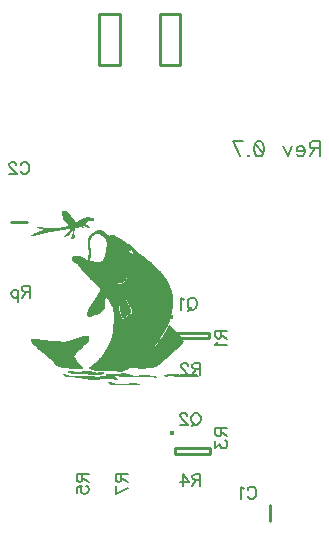
<source format=gbr>
G04 DipTrace 3.0.0.2*
G04 BottomSilk.gbr*
%MOIN*%
G04 #@! TF.FileFunction,Legend,Bot*
G04 #@! TF.Part,Single*
%ADD10C,0.01*%
%ADD12C,0.002992*%
%ADD28C,0.015404*%
%ADD62C,0.006176*%
%ADD63C,0.00772*%
%FSLAX26Y26*%
G04*
G70*
G90*
G75*
G01*
G04 BotSilk*
%LPD*%
X823769Y2261170D2*
D10*
X891761D1*
Y2092171D1*
X823769D1*
Y2261170D1*
X1024769Y2263171D2*
X1091769D1*
Y2093163D1*
X1024769D1*
Y2263171D1*
X1392462Y573532D2*
Y624673D1*
X530597Y1569029D2*
X581739D1*
D28*
X1062647Y1251048D3*
X1071848Y1200906D2*
D10*
X1189953D1*
Y1181221D1*
X1071848D1*
Y1200906D1*
D28*
X1066852Y867040D3*
X1076053Y816898D2*
D10*
X1194158D1*
Y797213D1*
X1076053D1*
Y816898D1*
X698815Y1605145D2*
D12*
X710783D1*
X699277Y1602153D2*
X715156D1*
X700019Y1599161D2*
X718995D1*
X700794Y1596169D2*
X722317D1*
X701318Y1593177D2*
X725121D1*
X701607Y1590185D2*
X727462D1*
X701840Y1587193D2*
X729612D1*
X782591D2*
X788575D1*
X702285Y1584201D2*
X731711D1*
X776149D2*
X785583D1*
X703139Y1581209D2*
X733712D1*
X770288D2*
X803535D1*
X704411Y1578217D2*
X735804D1*
X764797D2*
X803535D1*
X706162Y1575225D2*
X738175D1*
X758941D2*
X785583D1*
X708528Y1572233D2*
X740703D1*
X752671D2*
X783849D1*
X711542Y1569241D2*
X781255D1*
X715118Y1566249D2*
X777697D1*
X718934Y1563257D2*
X773615D1*
X722751Y1560265D2*
X780163D1*
X716179Y1557273D2*
X761018D1*
X765189D2*
X767081D1*
X779049D2*
X785258D1*
X708964Y1554281D2*
X751144D1*
X766239D2*
X769023D1*
X783983D2*
X787140D1*
X615039Y1551289D2*
X632991D1*
X701058D2*
X743616D1*
X767631D2*
X770623D1*
X788575D2*
D3*
X627848Y1548297D2*
X718954D1*
X728147D2*
X740193D1*
X641967Y1545305D2*
X699145D1*
X726905D2*
X738888D1*
X634730Y1542313D2*
X678606D1*
X724915D2*
X738202D1*
X818495D2*
X827471D1*
X626606Y1539321D2*
X659229D1*
X722408D2*
X729197D1*
X734719D2*
X737900D1*
X811718D2*
X834248D1*
X618178Y1536329D2*
X642790D1*
X719627D2*
X726935D1*
X734719D2*
X737779D1*
X806116D2*
X839849D1*
X610403Y1533337D2*
X629377D1*
X716730D2*
X724613D1*
X734719D2*
X737746D1*
X801688D2*
X844278D1*
X604322Y1530345D2*
X618004D1*
X713883D2*
X721761D1*
X734707D2*
X737836D1*
X798028D2*
X806527D1*
X827471D2*
X847950D1*
X600200Y1527353D2*
X607490D1*
X711365D2*
X718306D1*
X734590D2*
X738200D1*
X794853D2*
X803535D1*
X830463D2*
X851240D1*
X597087Y1524361D2*
D3*
X709400D2*
X714556D1*
X734093D2*
X738801D1*
X792141D2*
X800554D1*
X833455D2*
X854399D1*
X860383D2*
X869359D1*
X707791Y1521369D2*
X710783D1*
X732889D2*
X739374D1*
X789941D2*
X797679D1*
X836447D2*
X875343D1*
X730975Y1518377D2*
X738722D1*
X788199D2*
X795174D1*
X839427D2*
X881315D1*
X728735Y1515385D2*
X737711D1*
X786938D2*
X793291D1*
X842302D2*
X887194D1*
X786204Y1512393D2*
X791900D1*
X844796D2*
X892797D1*
X785842Y1509401D2*
X790695D1*
X846573D2*
X898052D1*
X785684Y1506409D2*
X789717D1*
X847583D2*
X903152D1*
X785620Y1503417D2*
X789123D1*
X848072D2*
X908128D1*
X785596Y1500425D2*
X788919D1*
X848282D2*
X912725D1*
X785587Y1497433D2*
X789163D1*
X848366D2*
X916981D1*
X785584Y1494441D2*
X789823D1*
X848398D2*
X921126D1*
X785595Y1491449D2*
X790568D1*
X848397D2*
X925087D1*
X785700Y1488457D2*
X791082D1*
X848296D2*
X928783D1*
X786081Y1485465D2*
X791369D1*
X847916D2*
X932462D1*
X786797Y1482473D2*
X791600D1*
X847200D2*
X936308D1*
X787565Y1479481D2*
X792034D1*
X846433D2*
X940112D1*
X788086Y1476489D2*
X792770D1*
X845899D2*
X923215D1*
X932065D2*
X943542D1*
X788364Y1473497D2*
X793545D1*
X845517D2*
X917231D1*
X934557D2*
X946426D1*
X788491Y1470505D2*
X794057D1*
X845008D2*
X920773D1*
X936345D2*
X948749D1*
X788532Y1467513D2*
X794231D1*
X844239D2*
X924815D1*
X937423D2*
X950868D1*
X788447Y1464521D2*
X793976D1*
X843452D2*
X929199D1*
X938175D2*
X953510D1*
X788073Y1461529D2*
X793312D1*
X842911D2*
X957291D1*
X787359Y1458537D2*
X792566D1*
X842526D2*
X961993D1*
X734719Y1455545D2*
X758655D1*
X786592D2*
X792028D1*
X842005D2*
X966848D1*
X733349Y1452553D2*
X764639D1*
X786069D2*
X791525D1*
X841119D2*
X971498D1*
X732607Y1449561D2*
X770623D1*
X785776D2*
X790825D1*
X839822D2*
X975834D1*
X732355Y1446569D2*
X776607D1*
X785583D2*
X788462D1*
X837964D2*
X979938D1*
X733637Y1443577D2*
X785583D1*
X835242D2*
X984009D1*
X735822Y1440585D2*
X797551D1*
X831606D2*
X987927D1*
X739191Y1437593D2*
X809519D1*
X827471D2*
X991505D1*
X743911Y1434601D2*
X994810D1*
X749618Y1431609D2*
X998031D1*
X755663Y1428617D2*
X1001355D1*
X752671Y1425625D2*
X1004704D1*
X755663Y1422633D2*
X1007754D1*
X758643Y1419641D2*
X1010503D1*
X761530Y1416649D2*
X1013252D1*
X764141Y1413657D2*
X1016093D1*
X766416Y1410665D2*
X1019011D1*
X768641Y1407673D2*
X1021971D1*
X771111Y1404681D2*
X1024938D1*
X773826Y1401689D2*
X1027820D1*
X776691Y1398697D2*
X1030429D1*
X779630Y1395705D2*
X1032704D1*
X782602Y1392713D2*
X1034917D1*
X785587Y1389721D2*
X1037282D1*
X788576Y1386729D2*
X1039615D1*
X791567Y1383737D2*
X911247D1*
X917231D2*
X1041752D1*
X794559Y1380745D2*
X1043819D1*
X797551Y1377753D2*
X908255D1*
X914239D2*
X1045876D1*
X800543Y1374761D2*
X905263D1*
X911247D2*
X1047762D1*
X803535Y1371769D2*
X902271D1*
X908255D2*
X1049464D1*
X806527Y1368777D2*
X899279D1*
X905263D2*
X935183D1*
X941167D2*
X1051059D1*
X809530Y1365785D2*
X884319D1*
X899279D2*
X1052593D1*
X812628Y1362793D2*
X1054095D1*
X815989Y1359801D2*
X1055501D1*
X819581Y1356809D2*
X1056714D1*
X822842Y1353817D2*
X1057768D1*
X825514Y1350825D2*
X1058834D1*
X826408Y1347833D2*
X1059857D1*
X826824Y1344841D2*
X1060821D1*
X826036Y1341849D2*
X1061838D1*
X824832Y1338857D2*
X1062752D1*
X823226Y1335865D2*
X1063434D1*
X821370Y1332873D2*
X1064114D1*
X819565Y1329881D2*
X1064966D1*
X817881Y1326889D2*
X1065788D1*
X816203Y1323897D2*
X1066331D1*
X814385Y1320905D2*
X1066616D1*
X812432Y1317913D2*
X842317D1*
X848301D2*
X1066745D1*
X810490Y1314921D2*
X841933D1*
X850909D2*
X1066799D1*
X808425Y1311929D2*
X841216D1*
X853172D2*
X1066819D1*
X806120Y1308937D2*
X840449D1*
X855292D2*
X911247D1*
X917231D2*
X1066827D1*
X803809Y1305945D2*
X839927D1*
X857369D2*
X1066829D1*
X801681Y1302953D2*
X839650D1*
X859262D2*
X914239D1*
X920223D2*
X1066830D1*
X799617Y1299961D2*
X839523D1*
X860967D2*
X1066831D1*
X797561Y1296969D2*
X839470D1*
X862563D2*
X917231D1*
X923215D2*
X1066831D1*
X795676Y1293977D2*
X839450D1*
X864097D2*
X1066819D1*
X793973Y1290985D2*
X839431D1*
X865599D2*
X887311D1*
X893295D2*
X920223D1*
X926207D2*
X1066714D1*
X792378Y1287993D2*
X839323D1*
X866994D2*
X887311D1*
X893295D2*
X1066333D1*
X790844Y1285001D2*
X838929D1*
X868113D2*
X887311D1*
X893295D2*
X922627D1*
X928725D2*
X1065616D1*
X789342Y1282009D2*
X838084D1*
X868890D2*
X887322D1*
X893306D2*
X924377D1*
X930846D2*
X1064849D1*
X787936Y1279017D2*
X836713D1*
X869610D2*
X887428D1*
X893412D2*
X925379D1*
X932460D2*
X1064315D1*
X786724Y1276025D2*
X834549D1*
X870477D2*
X887809D1*
X893793D2*
X925853D1*
X933656D2*
X1063933D1*
X785670Y1273033D2*
X831152D1*
X871305D2*
X888526D1*
X894510D2*
X925946D1*
X933405D2*
X1063424D1*
X784615Y1270041D2*
X826205D1*
X871850D2*
X889301D1*
X895285D2*
X925532D1*
X932710D2*
X1062655D1*
X783709Y1267049D2*
X819762D1*
X872136D2*
X889868D1*
X895852D2*
X924360D1*
X931730D2*
X1061856D1*
X783240Y1264057D2*
X812606D1*
X872265D2*
X890303D1*
X896287D2*
X922458D1*
X929209D2*
X1061222D1*
X783145Y1261065D2*
X805469D1*
X872319D2*
X920223D1*
X926207D2*
X1060561D1*
X784220Y1258073D2*
X798455D1*
X872339D2*
X914239D1*
X920223D2*
X1059716D1*
X785583Y1255081D2*
X791567D1*
X872347D2*
X893295D1*
X899279D2*
X911247D1*
X917231D2*
X1058885D1*
X872349Y1252089D2*
X1058237D1*
X872350Y1249097D2*
X896287D1*
X905263D2*
D3*
X911247D2*
X1057571D1*
X872351Y1246105D2*
X1056713D1*
X872351Y1243113D2*
X1055788D1*
X872351Y1240121D2*
X1054864D1*
X872339Y1237129D2*
X1053851D1*
X872234Y1234137D2*
X1052840D1*
X871853Y1231145D2*
X1051800D1*
X871136Y1228153D2*
X1050463D1*
X870369Y1225161D2*
X1048879D1*
X1054863D2*
X1057855D1*
X869847Y1222169D2*
X1060847D1*
X869570Y1219177D2*
X1046361D1*
X1052345D2*
X1063839D1*
X869443Y1216185D2*
X1044216D1*
X1050200D2*
X1066831D1*
X869390Y1213193D2*
X1042391D1*
X1048375D2*
X1069823D1*
X869370Y1210201D2*
X1040745D1*
X1046729D2*
X1072815D1*
X869351Y1207209D2*
X1039180D1*
X1045175D2*
X1075807D1*
X869243Y1204217D2*
X1037565D1*
X1043654D2*
X1078799D1*
X868861Y1201225D2*
X1035775D1*
X1042141D2*
X1081791D1*
X868144Y1198233D2*
X1033833D1*
X1040546D2*
X1084771D1*
X867365Y1195241D2*
X1031907D1*
X1038763D2*
X1087658D1*
X866738Y1192249D2*
X1029937D1*
X1036824D2*
X1090269D1*
X770623Y1189257D2*
X785583D1*
X866079D2*
X1027911D1*
X1034888D2*
X1092544D1*
X759825Y1186265D2*
X786952D1*
X865224D2*
X1025962D1*
X1032820D2*
X1094757D1*
X748963Y1183273D2*
X787706D1*
X864299D2*
X1024001D1*
X1030458D2*
X1097110D1*
X597087Y1180281D2*
X609055D1*
X738972D2*
X787993D1*
X863364D2*
X1021951D1*
X1027935D2*
X1099327D1*
X597098Y1177289D2*
X638374D1*
X730166D2*
X787169D1*
X862258D2*
X1100954D1*
X597215Y1174297D2*
X666162D1*
X721923D2*
X785924D1*
X860968D2*
X1018959D1*
X1024943D2*
X1102032D1*
X597725Y1171305D2*
X692831D1*
X713775D2*
X784100D1*
X859571D2*
X1015967D1*
X1021951D2*
X1101785D1*
X598694Y1168313D2*
X781467D1*
X858125D2*
X1100146D1*
X601320Y1165321D2*
X778123D1*
X856740D2*
X1012975D1*
X1018959D2*
X1098121D1*
X604607Y1162329D2*
X774523D1*
X855524D2*
X1009983D1*
X1015967D2*
X1095864D1*
X608171Y1159337D2*
X771074D1*
X854367D2*
X1006991D1*
X1012975D2*
X1093228D1*
X611605Y1156345D2*
X767828D1*
X852920D2*
X1090092D1*
X614845Y1153353D2*
X764718D1*
X851182D2*
X1086502D1*
X617952Y1150361D2*
X761677D1*
X849439D2*
X1082892D1*
X621005Y1147369D2*
X758665D1*
X847783D2*
X1079764D1*
X624121Y1144377D2*
X755666D1*
X846117D2*
X1077101D1*
X627501Y1141385D2*
X752672D1*
X844303D2*
X1074276D1*
X631212Y1138393D2*
X749691D1*
X842351D2*
X1070761D1*
X634984Y1135401D2*
X746804D1*
X840409D2*
X1066936D1*
X638603Y1132409D2*
X744195D1*
X838345D2*
X1063562D1*
X642254Y1129417D2*
X741945D1*
X836040D2*
X1060653D1*
X646090Y1126425D2*
X739843D1*
X833729D2*
X1057371D1*
X649913Y1123433D2*
X737711D1*
X831589D2*
X1053101D1*
X653552Y1120441D2*
X739217D1*
X829420D2*
X1048398D1*
X657210Y1117449D2*
X740565D1*
X826971D2*
X1044249D1*
X661037Y1114457D2*
X742110D1*
X824264D2*
X1040932D1*
X664744Y1111465D2*
X743904D1*
X821401D2*
X1038227D1*
X667885Y1108473D2*
X745769D1*
X818451D2*
X1035496D1*
X670329Y1105481D2*
X747825D1*
X815374D2*
X1032339D1*
X672197Y1102489D2*
X750327D1*
X811997D2*
X1028997D1*
X673727Y1099497D2*
X753395D1*
X808186D2*
X1025452D1*
X675227Y1096505D2*
X756955D1*
X804046D2*
X1021127D1*
X681131Y1093513D2*
X760541D1*
X799828D2*
X1015714D1*
X691244Y1090521D2*
X763536D1*
X795905D2*
X1008656D1*
X703968Y1087529D2*
X765925D1*
X792724D2*
X929313D1*
X935733D2*
X998672D1*
X716597Y1084537D2*
X766885D1*
X790408D2*
X923689D1*
X945759D2*
X985604D1*
X728735Y1081545D2*
X767631D1*
X788575D2*
X918195D1*
X956127D2*
X971087D1*
X798953Y1078553D2*
X912061D1*
X809519Y1075561D2*
X904598D1*
X719759Y1072569D2*
X734719D1*
X767631D2*
X785583D1*
X884319D2*
X896287D1*
X719759Y1069577D2*
X809519D1*
X818495D2*
X836447D1*
X734719Y1066585D2*
X836447D1*
X896287D2*
X902271D1*
X701807Y1063593D2*
X707791D1*
X785583D2*
X821487D1*
X845423D2*
X917231D1*
X1054863D2*
X1084783D1*
X1114703D2*
X1144623D1*
X706056Y1060601D2*
X716767D1*
X845423D2*
X932191D1*
X956127D2*
X983055D1*
X1039903D2*
X1149391D1*
X711208Y1057609D2*
X779599D1*
X896287D2*
X995949D1*
X1045887D2*
X1048879D1*
X1072815D2*
X1153599D1*
X716767Y1054617D2*
X806527D1*
X827471D2*
X869359D1*
X908255D2*
X1005475D1*
X754013Y1051625D2*
X875135D1*
X1006991D2*
X1012975D1*
X774799Y1048633D2*
X879977D1*
X794559Y1045641D2*
X821487D1*
X872351D2*
X884319D1*
X854399Y1036665D2*
X860383D1*
X857204Y1033673D2*
X869359D1*
X923215D2*
X935183D1*
X860383Y1030681D2*
X956127D1*
X698815Y1605145D2*
X699277Y1602153D1*
X700019Y1599161D1*
X700794Y1596169D1*
X701318Y1593177D1*
X701607Y1590185D1*
X701840Y1587193D1*
X702285Y1584201D1*
X703139Y1581209D1*
X704411Y1578217D1*
X706162Y1575225D1*
X708528Y1572233D1*
X711542Y1569241D1*
X715118Y1566249D1*
X718934Y1563257D1*
X722751Y1560265D1*
X716179Y1557273D1*
X708964Y1554281D1*
X701058Y1551289D1*
X692831Y1548297D1*
X710783Y1605145D2*
X715156Y1602153D1*
X718995Y1599161D1*
X722317Y1596169D1*
X725121Y1593177D1*
X727462Y1590185D1*
X729612Y1587193D1*
X731711Y1584201D1*
X733712Y1581209D1*
X735804Y1578217D1*
X738175Y1575225D1*
X740703Y1572233D1*
X782591Y1587193D2*
X776149Y1584201D1*
X770288Y1581209D1*
X764797Y1578217D1*
X758941Y1575225D1*
X752671Y1572233D1*
X788575Y1587193D2*
X785583Y1584201D1*
X803535Y1581209D1*
Y1578217D1*
Y1575225D1*
X785583D1*
X783849Y1572233D1*
X781255Y1569241D1*
X777697Y1566249D1*
X773615Y1563257D1*
X780163Y1560265D1*
X785258Y1557273D1*
X787140Y1554281D1*
X788575Y1551289D1*
X773615Y1560265D2*
X761018Y1557273D1*
X751144Y1554281D1*
X743616Y1551289D1*
X740193Y1548297D1*
X738888Y1545305D1*
X738202Y1542313D1*
X737900Y1539321D1*
X737779Y1536329D1*
X737746Y1533337D1*
X737836Y1530345D1*
X738200Y1527353D1*
X738801Y1524361D1*
X739374Y1521369D1*
X738722Y1518377D1*
X737711Y1515385D1*
X764639Y1560265D2*
X765189Y1557273D1*
X766239Y1554281D1*
X767631Y1551289D1*
X764639Y1560265D2*
X767081Y1557273D1*
X769023Y1554281D1*
X770623Y1551289D1*
X773615Y1560265D2*
X779049Y1557273D1*
X783983Y1554281D1*
X788575Y1551289D1*
X615039D2*
X627848Y1548297D1*
X641967Y1545305D1*
X634730Y1542313D1*
X626606Y1539321D1*
X618178Y1536329D1*
X610403Y1533337D1*
X604322Y1530345D1*
X600200Y1527353D1*
X597087Y1524361D1*
X632991Y1551289D2*
Y1548297D1*
X737711Y1551289D2*
X718954Y1548297D1*
X699145Y1545305D1*
X678606Y1542313D1*
X659229Y1539321D1*
X642790Y1536329D1*
X629377Y1533337D1*
X618004Y1530345D1*
X607490Y1527353D1*
X597087Y1524361D1*
X728735Y1551289D2*
X728147Y1548297D1*
X726905Y1545305D1*
X724915Y1542313D1*
X722408Y1539321D1*
X719627Y1536329D1*
X716730Y1533337D1*
X713883Y1530345D1*
X711365Y1527353D1*
X709400Y1524361D1*
X707791Y1521369D1*
X818495Y1542313D2*
X811718Y1539321D1*
X806116Y1536329D1*
X801688Y1533337D1*
X798028Y1530345D1*
X794853Y1527353D1*
X792141Y1524361D1*
X789941Y1521369D1*
X788199Y1518377D1*
X786938Y1515385D1*
X786204Y1512393D1*
X785842Y1509401D1*
X785684Y1506409D1*
X785620Y1503417D1*
X785596Y1500425D1*
X785587Y1497433D1*
X785584Y1494441D1*
X785595Y1491449D1*
X785700Y1488457D1*
X786081Y1485465D1*
X786797Y1482473D1*
X787565Y1479481D1*
X788086Y1476489D1*
X788364Y1473497D1*
X788491Y1470505D1*
X788532Y1467513D1*
X788447Y1464521D1*
X788073Y1461529D1*
X787359Y1458537D1*
X786592Y1455545D1*
X786069Y1452553D1*
X785776Y1449561D1*
X785583Y1446569D1*
X827471Y1542313D2*
X834248Y1539321D1*
X839849Y1536329D1*
X844278Y1533337D1*
X847950Y1530345D1*
X851240Y1527353D1*
X854399Y1524361D1*
X731727Y1542313D2*
X729197Y1539321D1*
X726935Y1536329D1*
X724613Y1533337D1*
X721761Y1530345D1*
X718306Y1527353D1*
X714556Y1524361D1*
X710783Y1521369D1*
X734719Y1542313D2*
Y1539321D1*
Y1536329D1*
Y1533337D1*
X734707Y1530345D1*
X734590Y1527353D1*
X734093Y1524361D1*
X732889Y1521369D1*
X730975Y1518377D1*
X728735Y1515385D1*
X809519Y1533337D2*
X806527Y1530345D1*
X803535Y1527353D1*
X800554Y1524361D1*
X797679Y1521369D1*
X795174Y1518377D1*
X793291Y1515385D1*
X791900Y1512393D1*
X790695Y1509401D1*
X789717Y1506409D1*
X789123Y1503417D1*
X788919Y1500425D1*
X789163Y1497433D1*
X789823Y1494441D1*
X790568Y1491449D1*
X791082Y1488457D1*
X791369Y1485465D1*
X791600Y1482473D1*
X792034Y1479481D1*
X792770Y1476489D1*
X793545Y1473497D1*
X794057Y1470505D1*
X794231Y1467513D1*
X793976Y1464521D1*
X793312Y1461529D1*
X792566Y1458537D1*
X792028Y1455545D1*
X791525Y1452553D1*
X790825Y1449561D1*
X788462Y1446569D1*
X785583Y1443577D1*
X797551Y1440585D1*
X809519Y1437593D1*
X824479Y1533337D2*
X827471Y1530345D1*
X830463Y1527353D1*
X833455Y1524361D1*
X836447Y1521369D1*
X839427Y1518377D1*
X842302Y1515385D1*
X844796Y1512393D1*
X846573Y1509401D1*
X847583Y1506409D1*
X848072Y1503417D1*
X848282Y1500425D1*
X848366Y1497433D1*
X848398Y1494441D1*
X848397Y1491449D1*
X848296Y1488457D1*
X847916Y1485465D1*
X847200Y1482473D1*
X846433Y1479481D1*
X845899Y1476489D1*
X845517Y1473497D1*
X845008Y1470505D1*
X844239Y1467513D1*
X843452Y1464521D1*
X842911Y1461529D1*
X842526Y1458537D1*
X842005Y1455545D1*
X841119Y1452553D1*
X839822Y1449561D1*
X837964Y1446569D1*
X835242Y1443577D1*
X831606Y1440585D1*
X827471Y1437593D1*
X860383Y1524361D2*
X869359D2*
X875343Y1521369D1*
X881315Y1518377D1*
X887194Y1515385D1*
X892797Y1512393D1*
X898052Y1509401D1*
X903152Y1506409D1*
X908128Y1503417D1*
X912725Y1500425D1*
X916981Y1497433D1*
X921126Y1494441D1*
X925087Y1491449D1*
X928783Y1488457D1*
X932462Y1485465D1*
X936308Y1482473D1*
X940112Y1479481D1*
X943542Y1476489D1*
X946426Y1473497D1*
X948749Y1470505D1*
X950868Y1467513D1*
X953510Y1464521D1*
X957291Y1461529D1*
X961993Y1458537D1*
X966848Y1455545D1*
X971498Y1452553D1*
X975834Y1449561D1*
X979938Y1446569D1*
X984009Y1443577D1*
X987927Y1440585D1*
X991505Y1437593D1*
X994810Y1434601D1*
X998031Y1431609D1*
X1001355Y1428617D1*
X1004704Y1425625D1*
X1007754Y1422633D1*
X1010503Y1419641D1*
X1013252Y1416649D1*
X1016093Y1413657D1*
X1019011Y1410665D1*
X1021971Y1407673D1*
X1024938Y1404681D1*
X1027820Y1401689D1*
X1030429Y1398697D1*
X1032704Y1395705D1*
X1034917Y1392713D1*
X1037282Y1389721D1*
X1039615Y1386729D1*
X1041752Y1383737D1*
X1043819Y1380745D1*
X1045876Y1377753D1*
X1047762Y1374761D1*
X1049464Y1371769D1*
X1051059Y1368777D1*
X1052593Y1365785D1*
X1054095Y1362793D1*
X1055501Y1359801D1*
X1056714Y1356809D1*
X1057768Y1353817D1*
X1058834Y1350825D1*
X1059857Y1347833D1*
X1060821Y1344841D1*
X1061838Y1341849D1*
X1062752Y1338857D1*
X1063434Y1335865D1*
X1064114Y1332873D1*
X1064966Y1329881D1*
X1065788Y1326889D1*
X1066331Y1323897D1*
X1066616Y1320905D1*
X1066745Y1317913D1*
X1066799Y1314921D1*
X1066819Y1311929D1*
X1066827Y1308937D1*
X1066829Y1305945D1*
X1066830Y1302953D1*
X1066831Y1299961D1*
Y1296969D1*
X1066819Y1293977D1*
X1066714Y1290985D1*
X1066333Y1287993D1*
X1065616Y1285001D1*
X1064849Y1282009D1*
X1064315Y1279017D1*
X1063933Y1276025D1*
X1063424Y1273033D1*
X1062655Y1270041D1*
X1061856Y1267049D1*
X1061222Y1264057D1*
X1060561Y1261065D1*
X1059716Y1258073D1*
X1058885Y1255081D1*
X1058237Y1252089D1*
X1057571Y1249097D1*
X1056713Y1246105D1*
X1055788Y1243113D1*
X1054864Y1240121D1*
X1053851Y1237129D1*
X1052840Y1234137D1*
X1051800Y1231145D1*
X1050463Y1228153D1*
X1048879Y1225161D1*
X929199Y1479481D2*
X923215Y1476489D1*
X917231Y1473497D1*
X920773Y1470505D1*
X924815Y1467513D1*
X929199Y1464521D1*
Y1479481D2*
X932065Y1476489D1*
X934557Y1473497D1*
X936345Y1470505D1*
X937423Y1467513D1*
X938175Y1464521D1*
X734719Y1455545D2*
X733349Y1452553D1*
X732607Y1449561D1*
X732355Y1446569D1*
X733637Y1443577D1*
X735822Y1440585D1*
X739191Y1437593D1*
X743911Y1434601D1*
X749618Y1431609D1*
X755663Y1428617D1*
X752671Y1425625D1*
X755663Y1422633D1*
X758643Y1419641D1*
X761530Y1416649D1*
X764141Y1413657D1*
X766416Y1410665D1*
X768641Y1407673D1*
X771111Y1404681D1*
X773826Y1401689D1*
X776691Y1398697D1*
X779630Y1395705D1*
X782602Y1392713D1*
X785587Y1389721D1*
X788576Y1386729D1*
X791567Y1383737D1*
X794559Y1380745D1*
X797551Y1377753D1*
X800543Y1374761D1*
X803535Y1371769D1*
X806527Y1368777D1*
X809530Y1365785D1*
X812628Y1362793D1*
X815989Y1359801D1*
X819581Y1356809D1*
X822842Y1353817D1*
X825514Y1350825D1*
X826408Y1347833D1*
X826824Y1344841D1*
X826036Y1341849D1*
X824832Y1338857D1*
X823226Y1335865D1*
X821370Y1332873D1*
X819565Y1329881D1*
X817881Y1326889D1*
X816203Y1323897D1*
X814385Y1320905D1*
X812432Y1317913D1*
X810490Y1314921D1*
X808425Y1311929D1*
X806120Y1308937D1*
X803809Y1305945D1*
X801681Y1302953D1*
X799617Y1299961D1*
X797561Y1296969D1*
X795676Y1293977D1*
X793973Y1290985D1*
X792378Y1287993D1*
X790844Y1285001D1*
X789342Y1282009D1*
X787936Y1279017D1*
X786724Y1276025D1*
X785670Y1273033D1*
X784615Y1270041D1*
X783709Y1267049D1*
X783240Y1264057D1*
X783145Y1261065D1*
X784220Y1258073D1*
X785583Y1255081D1*
X758655Y1455545D2*
X764639Y1452553D1*
X770623Y1449561D1*
X776607Y1446569D1*
X914239Y1386729D2*
X911247Y1383737D1*
X914239Y1386729D2*
X917231Y1383737D1*
X911247Y1380745D2*
X908255Y1377753D1*
X905263Y1374761D1*
X902271Y1371769D1*
X899279Y1368777D1*
X917231Y1380745D2*
X914239Y1377753D1*
X911247Y1374761D1*
X908255Y1371769D1*
X905263Y1368777D1*
X938175Y1371769D2*
X935183Y1368777D1*
X938175Y1371769D2*
X941167Y1368777D1*
X887311D2*
X884319Y1365785D1*
X899279D2*
X842431Y1320905D2*
X842317Y1317913D1*
X841933Y1314921D1*
X841216Y1311929D1*
X840449Y1308937D1*
X839927Y1305945D1*
X839650Y1302953D1*
X839523Y1299961D1*
X839470Y1296969D1*
X839450Y1293977D1*
X839431Y1290985D1*
X839323Y1287993D1*
X838929Y1285001D1*
X838084Y1282009D1*
X836713Y1279017D1*
X834549Y1276025D1*
X831152Y1273033D1*
X826205Y1270041D1*
X819762Y1267049D1*
X812606Y1264057D1*
X805469Y1261065D1*
X798455Y1258073D1*
X791567Y1255081D1*
X845423Y1320905D2*
X848301Y1317913D1*
X850909Y1314921D1*
X853172Y1311929D1*
X855292Y1308937D1*
X857369Y1305945D1*
X859262Y1302953D1*
X860967Y1299961D1*
X862563Y1296969D1*
X864097Y1293977D1*
X865599Y1290985D1*
X866994Y1287993D1*
X868113Y1285001D1*
X868890Y1282009D1*
X869610Y1279017D1*
X870477Y1276025D1*
X871305Y1273033D1*
X871850Y1270041D1*
X872136Y1267049D1*
X872265Y1264057D1*
X872319Y1261065D1*
X872339Y1258073D1*
X872347Y1255081D1*
X872349Y1252089D1*
X872350Y1249097D1*
X872351Y1246105D1*
Y1243113D1*
Y1240121D1*
X872339Y1237129D1*
X872234Y1234137D1*
X871853Y1231145D1*
X871136Y1228153D1*
X870369Y1225161D1*
X869847Y1222169D1*
X869570Y1219177D1*
X869443Y1216185D1*
X869390Y1213193D1*
X869370Y1210201D1*
X869351Y1207209D1*
X869243Y1204217D1*
X868861Y1201225D1*
X868144Y1198233D1*
X867365Y1195241D1*
X866738Y1192249D1*
X866079Y1189257D1*
X865224Y1186265D1*
X864299Y1183273D1*
X863364Y1180281D1*
X862258Y1177289D1*
X860968Y1174297D1*
X859571Y1171305D1*
X858125Y1168313D1*
X856740Y1165321D1*
X855524Y1162329D1*
X854367Y1159337D1*
X852920Y1156345D1*
X851182Y1153353D1*
X849439Y1150361D1*
X847783Y1147369D1*
X846117Y1144377D1*
X844303Y1141385D1*
X842351Y1138393D1*
X840409Y1135401D1*
X838345Y1132409D1*
X836040Y1129417D1*
X833729Y1126425D1*
X831589Y1123433D1*
X829420Y1120441D1*
X826971Y1117449D1*
X824264Y1114457D1*
X821401Y1111465D1*
X818451Y1108473D1*
X815374Y1105481D1*
X811997Y1102489D1*
X808186Y1099497D1*
X804046Y1096505D1*
X799828Y1093513D1*
X795905Y1090521D1*
X792724Y1087529D1*
X790408Y1084537D1*
X788575Y1081545D1*
X798953Y1078553D1*
X809519Y1075561D1*
X914239Y1311929D2*
X911247Y1308937D1*
X914239Y1311929D2*
X917231Y1308937D1*
Y1305945D2*
X914239Y1302953D1*
X917231Y1305945D2*
X920223Y1302953D1*
Y1299961D2*
X917231Y1296969D1*
X920223Y1299961D2*
X923215Y1296969D1*
X887311Y1293977D2*
Y1290985D1*
Y1287993D1*
Y1285001D1*
X887322Y1282009D1*
X887428Y1279017D1*
X887809Y1276025D1*
X888526Y1273033D1*
X889301Y1270041D1*
X889868Y1267049D1*
X890303Y1264057D1*
X893295Y1293977D2*
Y1290985D1*
Y1287993D1*
Y1285001D1*
X893306Y1282009D1*
X893412Y1279017D1*
X893793Y1276025D1*
X894510Y1273033D1*
X895285Y1270041D1*
X895852Y1267049D1*
X896287Y1264057D1*
X923215Y1293977D2*
X920223Y1290985D1*
X923215Y1293977D2*
X926207Y1290985D1*
X920223Y1287993D2*
X922627Y1285001D1*
X924377Y1282009D1*
X925379Y1279017D1*
X925853Y1276025D1*
X925946Y1273033D1*
X925532Y1270041D1*
X924360Y1267049D1*
X922458Y1264057D1*
X920223Y1261065D1*
X926207Y1287993D2*
X928725Y1285001D1*
X930846Y1282009D1*
X932460Y1279017D1*
X933656Y1276025D1*
X933405Y1273033D1*
X932710Y1270041D1*
X931730Y1267049D1*
X929209Y1264057D1*
X926207Y1261065D1*
X917231D2*
X914239Y1258073D1*
X911247Y1255081D1*
X920223Y1258073D2*
X917231Y1255081D1*
X896287Y1258073D2*
X893295Y1255081D1*
X896287Y1258073D2*
X899279Y1255081D1*
Y1252089D2*
X896287Y1249097D1*
X902271Y1252089D2*
X905263Y1249097D1*
X908255Y1252089D2*
X911247Y1249097D1*
X1054863Y1225161D2*
X1057855D2*
X1060847Y1222169D1*
X1063839Y1219177D1*
X1066831Y1216185D1*
X1069823Y1213193D1*
X1072815Y1210201D1*
X1075807Y1207209D1*
X1078799Y1204217D1*
X1081791Y1201225D1*
X1084771Y1198233D1*
X1087658Y1195241D1*
X1090269Y1192249D1*
X1092544Y1189257D1*
X1094757Y1186265D1*
X1097110Y1183273D1*
X1099327Y1180281D1*
X1100954Y1177289D1*
X1102032Y1174297D1*
X1101785Y1171305D1*
X1100146Y1168313D1*
X1098121Y1165321D1*
X1095864Y1162329D1*
X1093228Y1159337D1*
X1090092Y1156345D1*
X1086502Y1153353D1*
X1082892Y1150361D1*
X1079764Y1147369D1*
X1077101Y1144377D1*
X1074276Y1141385D1*
X1070761Y1138393D1*
X1066936Y1135401D1*
X1063562Y1132409D1*
X1060653Y1129417D1*
X1057371Y1126425D1*
X1053101Y1123433D1*
X1048398Y1120441D1*
X1044249Y1117449D1*
X1040932Y1114457D1*
X1038227Y1111465D1*
X1035496Y1108473D1*
X1032339Y1105481D1*
X1028997Y1102489D1*
X1025452Y1099497D1*
X1021127Y1096505D1*
X1015714Y1093513D1*
X1008656Y1090521D1*
X998672Y1087529D1*
X985604Y1084537D1*
X971087Y1081545D1*
X1048879Y1222169D2*
X1046361Y1219177D1*
X1044216Y1216185D1*
X1042391Y1213193D1*
X1040745Y1210201D1*
X1039180Y1207209D1*
X1037565Y1204217D1*
X1035775Y1201225D1*
X1033833Y1198233D1*
X1031907Y1195241D1*
X1029937Y1192249D1*
X1027911Y1189257D1*
X1025962Y1186265D1*
X1024001Y1183273D1*
X1021951Y1180281D1*
X1054863Y1222169D2*
X1052345Y1219177D1*
X1050200Y1216185D1*
X1048375Y1213193D1*
X1046729Y1210201D1*
X1045175Y1207209D1*
X1043654Y1204217D1*
X1042141Y1201225D1*
X1040546Y1198233D1*
X1038763Y1195241D1*
X1036824Y1192249D1*
X1034888Y1189257D1*
X1032820Y1186265D1*
X1030458Y1183273D1*
X1027935Y1180281D1*
X770623Y1189257D2*
X759825Y1186265D1*
X748963Y1183273D1*
X738972Y1180281D1*
X730166Y1177289D1*
X721923Y1174297D1*
X713775Y1171305D1*
X785583Y1189257D2*
X786952Y1186265D1*
X787706Y1183273D1*
X787993Y1180281D1*
X787169Y1177289D1*
X785924Y1174297D1*
X784100Y1171305D1*
X781467Y1168313D1*
X778123Y1165321D1*
X774523Y1162329D1*
X771074Y1159337D1*
X767828Y1156345D1*
X764718Y1153353D1*
X761677Y1150361D1*
X758665Y1147369D1*
X755666Y1144377D1*
X752672Y1141385D1*
X749691Y1138393D1*
X746804Y1135401D1*
X744195Y1132409D1*
X741945Y1129417D1*
X739843Y1126425D1*
X737711Y1123433D1*
X739217Y1120441D1*
X740565Y1117449D1*
X742110Y1114457D1*
X743904Y1111465D1*
X745769Y1108473D1*
X747825Y1105481D1*
X750327Y1102489D1*
X753395Y1099497D1*
X756955Y1096505D1*
X760541Y1093513D1*
X763536Y1090521D1*
X765925Y1087529D1*
X766885Y1084537D1*
X767631Y1081545D1*
X597087Y1180281D2*
X597098Y1177289D1*
X597215Y1174297D1*
X597725Y1171305D1*
X598694Y1168313D1*
X601320Y1165321D1*
X604607Y1162329D1*
X608171Y1159337D1*
X611605Y1156345D1*
X614845Y1153353D1*
X617952Y1150361D1*
X621005Y1147369D1*
X624121Y1144377D1*
X627501Y1141385D1*
X631212Y1138393D1*
X634984Y1135401D1*
X638603Y1132409D1*
X642254Y1129417D1*
X646090Y1126425D1*
X649913Y1123433D1*
X653552Y1120441D1*
X657210Y1117449D1*
X661037Y1114457D1*
X664744Y1111465D1*
X667885Y1108473D1*
X670329Y1105481D1*
X672197Y1102489D1*
X673727Y1099497D1*
X675227Y1096505D1*
X681131Y1093513D1*
X691244Y1090521D1*
X703968Y1087529D1*
X716597Y1084537D1*
X728735Y1081545D1*
X609055Y1180281D2*
X638374Y1177289D1*
X666162Y1174297D1*
X692831Y1171305D1*
X1021951Y1177289D2*
X1018959Y1174297D1*
X1015967Y1171305D1*
X1027935Y1177289D2*
X1024943Y1174297D1*
X1021951Y1171305D1*
X1015967Y1168313D2*
X1012975Y1165321D1*
X1009983Y1162329D1*
X1006991Y1159337D1*
X1021951Y1168313D2*
X1018959Y1165321D1*
X1015967Y1162329D1*
X1012975Y1159337D1*
X935183Y1090521D2*
X929313Y1087529D1*
X923689Y1084537D1*
X918195Y1081545D1*
X912061Y1078553D1*
X904598Y1075561D1*
X896287Y1072569D1*
X926207Y1090521D2*
X935733Y1087529D1*
X945759Y1084537D1*
X956127Y1081545D1*
X719759Y1072569D2*
Y1069577D1*
X734719Y1066585D1*
Y1072569D2*
X767631D2*
X785583D2*
X809519Y1069577D1*
X881327Y1075561D2*
X884319Y1072569D1*
X818495Y1069577D2*
X836447D2*
Y1066585D1*
X821487Y1063593D1*
X896287Y1066585D2*
Y1063593D1*
X902271Y1066585D2*
X917231Y1063593D1*
X932191Y1060601D1*
X701807Y1063593D2*
X706056Y1060601D1*
X711208Y1057609D1*
X716767Y1054617D1*
X707791Y1063593D2*
X716767Y1060601D1*
X725743Y1057609D1*
X782591Y1066585D2*
X785583Y1063593D1*
X845423D2*
Y1060601D1*
X1054863Y1063593D2*
X1039903Y1060601D1*
X1045887Y1057609D1*
X1084783Y1063593D2*
X1114703D2*
X1144623D2*
X1149391Y1060601D1*
X1153599Y1057609D1*
X956127Y1060601D2*
X983055D2*
X995949Y1057609D1*
X1005475Y1054617D1*
X1012975Y1051625D1*
X779599Y1057609D2*
X806527Y1054617D1*
X884319Y1060601D2*
X896287Y1057609D1*
X908255Y1054617D1*
X1051871Y1060601D2*
X1048879Y1057609D1*
X1069823Y1060601D2*
X1072815Y1057609D1*
X827471Y1054617D2*
X869359D2*
X875135Y1051625D1*
X879977Y1048633D1*
X884319Y1045641D1*
X731727Y1054617D2*
X754013Y1051625D1*
X774799Y1048633D1*
X794559Y1045641D1*
X1003999Y1054617D2*
X1006991Y1051625D1*
X824479Y1048633D2*
X821487Y1045641D1*
X869359Y1048633D2*
X872351Y1045641D1*
X854399Y1036665D2*
X857204Y1033673D1*
X860383Y1030681D1*
Y1036665D2*
X869359Y1033673D1*
X878335Y1030681D1*
X923215Y1033673D2*
Y1030681D1*
X935183Y1033673D2*
X956127Y1030681D1*
X1318211Y677658D2*
D62*
X1320112Y681461D1*
X1323959Y685307D1*
X1327761Y687209D1*
X1335411D1*
X1339257Y685307D1*
X1343060Y681461D1*
X1345005Y677658D1*
X1346907Y671910D1*
Y662315D1*
X1345005Y656611D1*
X1343060Y652765D1*
X1339257Y648962D1*
X1335411Y647017D1*
X1327761D1*
X1323959Y648962D1*
X1320112Y652765D1*
X1318211Y656611D1*
X1305859Y679515D2*
X1302012Y681461D1*
X1296264Y687164D1*
Y647017D1*
X561393Y1759810D2*
X563295Y1763613D1*
X567141Y1767460D1*
X570944Y1769361D1*
X578593D1*
X582440Y1767460D1*
X586242Y1763613D1*
X588188Y1759810D1*
X590089Y1754062D1*
Y1744467D1*
X588188Y1738764D1*
X586242Y1734917D1*
X582440Y1731114D1*
X578593Y1729169D1*
X570944D1*
X567141Y1731114D1*
X563295Y1734917D1*
X561393Y1738764D1*
X547096Y1759766D2*
Y1761667D1*
X545195Y1765514D1*
X543294Y1767415D1*
X539447Y1769317D1*
X531798D1*
X527995Y1767415D1*
X526094Y1765514D1*
X524148Y1761667D1*
Y1757865D1*
X526094Y1754018D1*
X529896Y1748314D1*
X549042Y1729169D1*
X522247D1*
X1137247Y1317337D2*
X1141049Y1315480D1*
X1144896Y1311633D1*
X1146797Y1307787D1*
X1148743Y1302039D1*
Y1292488D1*
X1146797Y1286740D1*
X1144896Y1282937D1*
X1141049Y1279091D1*
X1137247Y1277189D1*
X1129597D1*
X1125751Y1279091D1*
X1121948Y1282937D1*
X1120047Y1286740D1*
X1118101Y1292488D1*
Y1302039D1*
X1120047Y1307787D1*
X1121948Y1311633D1*
X1125751Y1315480D1*
X1129597Y1317337D1*
X1137247D1*
X1131499Y1284839D2*
X1120047Y1273343D1*
X1105750Y1309644D2*
X1101903Y1311589D1*
X1096155Y1317293D1*
Y1277145D1*
X1150051Y933329D2*
X1153854Y931472D1*
X1157701Y927626D1*
X1159602Y923779D1*
X1161548Y918031D1*
Y908480D1*
X1159602Y902732D1*
X1157701Y898930D1*
X1153854Y895083D1*
X1150051Y893182D1*
X1142402D1*
X1138555Y895083D1*
X1134753Y898930D1*
X1132852Y902732D1*
X1130906Y908480D1*
Y918031D1*
X1132852Y923779D1*
X1134753Y927626D1*
X1138555Y931472D1*
X1142402Y933329D1*
X1150051D1*
X1144303Y900831D2*
X1132852Y889335D1*
X1116609Y923735D2*
Y925636D1*
X1114708Y929483D1*
X1112807Y931384D1*
X1108960Y933285D1*
X1101311D1*
X1097508Y931384D1*
X1095607Y929483D1*
X1093661Y925636D1*
Y921833D1*
X1095607Y917987D1*
X1099409Y912283D1*
X1118555Y893137D1*
X1091760D1*
X1230252Y1207442D2*
Y1190242D1*
X1228307Y1184494D1*
X1226405Y1182548D1*
X1222603Y1180647D1*
X1218756D1*
X1214954Y1182548D1*
X1213008Y1184494D1*
X1211107Y1190242D1*
Y1207442D1*
X1251299D1*
X1230252Y1194044D2*
X1251299Y1180647D1*
X1218800Y1168296D2*
X1216855Y1164449D1*
X1211151Y1158701D1*
X1251299D1*
X1160270Y1079662D2*
X1143070D1*
X1137322Y1081607D1*
X1135376Y1083508D1*
X1133475Y1087311D1*
Y1091158D1*
X1135376Y1094960D1*
X1137322Y1096906D1*
X1143070Y1098807D1*
X1160270D1*
Y1058615D1*
X1146872Y1079662D2*
X1133475Y1058615D1*
X1119178Y1089212D2*
Y1091114D1*
X1117277Y1094960D1*
X1115376Y1096862D1*
X1111529Y1098763D1*
X1103880D1*
X1100077Y1096862D1*
X1098176Y1094960D1*
X1096230Y1091114D1*
Y1087311D1*
X1098176Y1083464D1*
X1101978Y1077760D1*
X1121124Y1058615D1*
X1094329D1*
X1230252Y881396D2*
Y864196D1*
X1228307Y858448D1*
X1226405Y856502D1*
X1222603Y854601D1*
X1218756D1*
X1214954Y856502D1*
X1213008Y858448D1*
X1211107Y864196D1*
Y881396D1*
X1251299D1*
X1230252Y867998D2*
X1251299Y854601D1*
X1211151Y838403D2*
Y817401D1*
X1226450Y828852D1*
Y823104D1*
X1228351Y819302D1*
X1230252Y817401D1*
X1236000Y815455D1*
X1239803D1*
X1245551Y817401D1*
X1249398Y821203D1*
X1251299Y826951D1*
Y832699D1*
X1249398Y838403D1*
X1247452Y840304D1*
X1243650Y842250D1*
X1161024Y710292D2*
X1143824D1*
X1138076Y712237D1*
X1136130Y714138D1*
X1134229Y717941D1*
Y721788D1*
X1136130Y725590D1*
X1138076Y727536D1*
X1143824Y729437D1*
X1161024D1*
Y689245D1*
X1147626Y710292D2*
X1134229Y689245D1*
X1102732D2*
Y729393D1*
X1121878Y702642D1*
X1093182D1*
X767740Y729270D2*
Y712070D1*
X765795Y706322D1*
X763894Y704376D1*
X760091Y702475D1*
X756244D1*
X752442Y704376D1*
X750496Y706322D1*
X748595Y712070D1*
Y729270D1*
X788787D1*
X767740Y715873D2*
X788787Y702475D1*
X748639Y667176D2*
Y686277D1*
X765839Y688178D1*
X763938Y686277D1*
X761992Y680529D1*
Y674825D1*
X763938Y669077D1*
X767740Y665230D1*
X773488Y663329D1*
X777291D1*
X783039Y665230D1*
X786886Y669077D1*
X788787Y674825D1*
Y680529D1*
X786886Y686277D1*
X784940Y688178D1*
X781138Y690124D1*
X897575Y729821D2*
Y712621D1*
X895630Y706873D1*
X893728Y704928D1*
X889926Y703026D1*
X886079D1*
X882276Y704928D1*
X880331Y706873D1*
X878430Y712621D1*
Y729821D1*
X918622D1*
X897575Y716424D2*
X918622Y703026D1*
Y683026D2*
X878474Y663880D1*
Y690675D1*
X592093Y1337367D2*
X574893D1*
X569145Y1339312D1*
X567200Y1341213D1*
X565298Y1345016D1*
Y1348863D1*
X567200Y1352665D1*
X569145Y1354611D1*
X574893Y1356512D1*
X592093D1*
Y1316320D1*
X578696Y1337367D2*
X565298Y1316320D1*
X552947Y1343115D2*
Y1302923D1*
Y1337367D2*
X549100Y1341169D1*
X545298Y1343115D1*
X539550D1*
X535703Y1341169D1*
X531900Y1337367D1*
X529955Y1331619D1*
Y1327772D1*
X531900Y1322068D1*
X535703Y1318221D1*
X539550Y1316320D1*
X545298D1*
X549100Y1318221D1*
X552947Y1322068D1*
X1559006Y1814622D2*
D63*
X1537506D1*
X1530321Y1817053D1*
X1527889Y1819430D1*
X1525512Y1824183D1*
Y1828992D1*
X1527889Y1833745D1*
X1530321Y1836177D1*
X1537506Y1838553D1*
X1559006D1*
Y1788313D1*
X1542259Y1814622D2*
X1525512Y1788313D1*
X1510073Y1807437D2*
X1481388D1*
Y1812245D1*
X1483765Y1817053D1*
X1486141Y1819430D1*
X1490950Y1821807D1*
X1498135D1*
X1502888Y1819430D1*
X1507697Y1814622D1*
X1510073Y1807437D1*
Y1802683D1*
X1507697Y1795498D1*
X1502888Y1790745D1*
X1498135Y1788313D1*
X1490950D1*
X1486141Y1790745D1*
X1481388Y1795498D1*
X1465949Y1821807D2*
X1451579Y1788313D1*
X1437264Y1821807D1*
X1358854Y1838498D2*
X1366039Y1836121D1*
X1370847Y1828936D1*
X1373224Y1816998D1*
Y1809813D1*
X1370847Y1797875D1*
X1366039Y1790690D1*
X1358854Y1788313D1*
X1354101D1*
X1346916Y1790690D1*
X1342162Y1797875D1*
X1339731Y1809813D1*
Y1816998D1*
X1342162Y1828936D1*
X1346916Y1836121D1*
X1354101Y1838498D1*
X1358854D1*
X1342162Y1828936D2*
X1370847Y1797875D1*
X1321915Y1793122D2*
X1324291Y1790690D1*
X1321915Y1788313D1*
X1319483Y1790690D1*
X1321915Y1793122D1*
X1294482Y1788313D2*
X1270550Y1838498D1*
X1304044D1*
M02*

</source>
